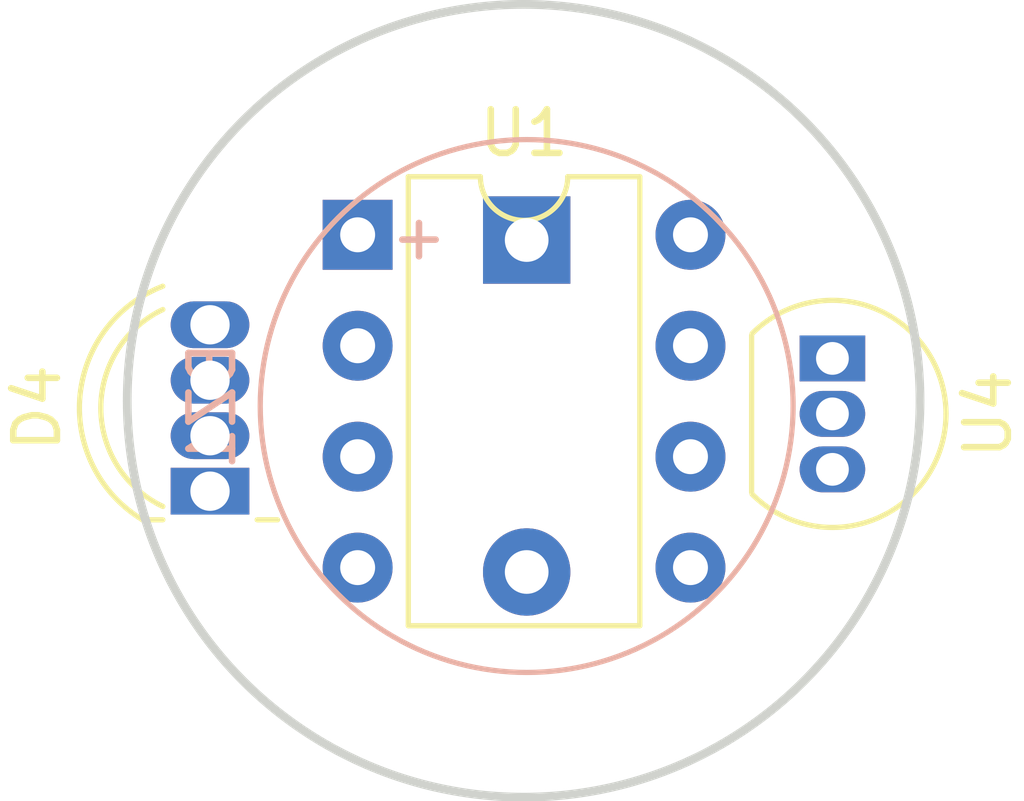
<source format=kicad_pcb>
(kicad_pcb (version 20221018) (generator pcbnew)
  (layers (0 "F.Cu" signal) (31 "B.Cu" signal) (34 "B.Paste" user) (35 "F.Paste" user) (36 "B.SilkS" user "B.Silkscreen") (37 "F.SilkS" user "F.Silkscreen") (38 "B.Mask" user) (39 "F.Mask" user) (44 "Edge.Cuts" user))
  (net 0 "")
  (net 2 "Net-(BZ1--)")
  (net 3 "Net-(U1-XTAL2{slash}PB4)")
  (net 4 "GND")
  (net 5 "Net-(D4-BA)")
  (net 6 "Net-(D4-GA)")
  (net 7 "Net-(D4-RA)")
  (net 8 "+3.3V")
  (footprint "Package_DIP:DIP-8_W7.62mm" (layer "F.Cu") (at 97.13 85.63)
    (fp_text reference "U1" (at 3.81 -2.33) (layer "F.SilkS"))
    (fp_text value "ATtiny85-20P")
    (fp_line (start 1.16 -1.33) (end 1.16 8.95) (stroke (width 0.12)) (layer "F.SilkS"))
    (fp_line (start 1.16 8.95) (end 6.46 8.95) (stroke (width 0.12)) (layer "F.SilkS"))
    (fp_line (start 2.81 -1.33) (end 1.16 -1.33) (stroke (width 0.12)) (layer "F.SilkS"))
    (fp_line (start 6.46 -1.33) (end 4.81 -1.33) (stroke (width 0.12)) (layer "F.SilkS"))
    (fp_line (start 6.46 8.95) (end 6.46 -1.33) (stroke (width 0.12)) (layer "F.SilkS"))
    (fp_arc (start 4.81 -1.33) (mid 3.81 -0.33) (end 2.81 -1.33) (stroke (width 0.12)) (layer "F.SilkS"))
    (pad "1" thru_hole rect (at 0 0) (size 1.6 1.6) (drill 0.8) (layers "*.Cu" "*.Mask"))
    (pad "2" thru_hole oval (at 0 2.54) (size 1.6 1.6) (drill 0.8) (layers "*.Cu" "*.Mask") (net 2 "Net-(BZ1--)"))
    (pad "3" thru_hole oval (at 0 5.08) (size 1.6 1.6) (drill 0.8) (layers "*.Cu" "*.Mask") (net 3 "Net-(U1-XTAL2{slash}PB4)"))
    (pad "4" thru_hole oval (at 0 7.62) (size 1.6 1.6) (drill 0.8) (layers "*.Cu" "*.Mask") (net 4 "GND"))
    (pad "5" thru_hole oval (at 7.62 7.62) (size 1.6 1.6) (drill 0.8) (layers "*.Cu" "*.Mask") (net 5 "Net-(D4-BA)"))
    (pad "6" thru_hole oval (at 7.62 5.08) (size 1.6 1.6) (drill 0.8) (layers "*.Cu" "*.Mask") (net 6 "Net-(D4-GA)"))
    (pad "7" thru_hole oval (at 7.62 2.54) (size 1.6 1.6) (drill 0.8) (layers "*.Cu" "*.Mask") (net 7 "Net-(D4-RA)"))
    (pad "8" thru_hole oval (at 7.62 0) (size 1.6 1.6) (drill 0.8) (layers "*.Cu" "*.Mask") (net 8 "+3.3V"))
  )
  (footprint "LED_THT:LED_D5.0mm-4_RGB" (layer "F.Cu") (at 93.75 91.5 90)
    (fp_text reference "D4" (at 1.905 -3.96 90) (layer "F.SilkS"))
    (fp_text value "LED_RGBK")
    (fp_line (start -0.655 -1.545) (end -0.655 -1.08) (stroke (width 0.12)) (layer "F.SilkS"))
    (fp_line (start -0.655 1.08) (end -0.655 1.545) (stroke (width 0.12)) (layer "F.SilkS"))
    (fp_arc (start -0.655 -1.54483) (mid 2.163456 -2.978809) (end 4.692815 -1.080827) (stroke (width 0.12)) (layer "F.SilkS"))
    (fp_arc (start -0.349684 -1.08) (mid 1.904762 -2.5) (end 4.159479 -1.080429) (stroke (width 0.12)) (layer "F.SilkS"))
    (pad "1" thru_hole rect (at 0 0 90) (size 1.07 1.8) (drill 0.9) (layers "*.Cu" "*.Mask") (net 7 "Net-(D4-RA)"))
    (pad "2" thru_hole oval (at 1.27 0 90) (size 1.07 1.8) (drill 0.9) (layers "*.Cu" "*.Mask") (net 6 "Net-(D4-GA)"))
    (pad "3" thru_hole oval (at 2.54 0 90) (size 1.07 1.8) (drill 0.9) (layers "*.Cu" "*.Mask") (net 5 "Net-(D4-BA)"))
    (pad "4" thru_hole oval (at 3.81 0 90) (size 1.07 1.8) (drill 0.9) (layers "*.Cu" "*.Mask") (net 4 "GND"))
  )
  (footprint "Package_TO_SOT_THT:TO-92_Inline" (layer "F.Cu") (at 108 88.46 -90)
    (fp_text reference "U4" (at 1.27 -3.56 90) (layer "F.SilkS"))
    (fp_text value "LM35-LP")
    (fp_line (start -0.53 1.85) (end 3.07 1.85) (stroke (width 0.12)) (layer "F.SilkS"))
    (fp_arc (start -0.568478 1.838478) (mid -1.132087 -0.994977) (end 1.27 -2.6) (stroke (width 0.12)) (layer "F.SilkS"))
    (fp_arc (start 1.27 -2.6) (mid 3.672087 -0.994977) (end 3.108478 1.838478) (stroke (width 0.12)) (layer "F.SilkS"))
    (pad "1" thru_hole rect (at 0 0 270) (size 1.05 1.5) (drill 0.75) (layers "*.Cu" "*.Mask") (net 8 "+3.3V"))
    (pad "2" thru_hole oval (at 1.27 0 270) (size 1.05 1.5) (drill 0.75) (layers "*.Cu" "*.Mask") (net 3 "Net-(U1-XTAL2{slash}PB4)"))
    (pad "3" thru_hole oval (at 2.54 0 270) (size 1.05 1.5) (drill 0.75) (layers "*.Cu" "*.Mask") (net 4 "GND"))
  )
  (footprint "Buzzer_Beeper:Buzzer_12x9.5RM7.6" (layer "B.Cu") (at 101 85.75 -90)
    (fp_text reference "BZ1" (at 3.8 7.2 90) (layer "B.SilkS") (effects (justify mirror)))
    (fp_text value "Buzzer")
    (fp_text user "+" (at -0.01 2.54 90) (layer "B.SilkS") (effects (justify mirror)))
    (fp_circle (center 3.8 0) (end 9.9 0) (stroke (width 0.12)) (fill none) (layer "B.SilkS"))
    (pad "1" thru_hole rect (at 0 0 270) (size 2 2) (drill 1) (layers "*.Cu" "*.Mask") (net 2 "Net-(BZ1--)"))
    (pad "2" thru_hole circle (at 7.6 0 270) (size 2 2) (drill 1) (layers "*.Cu" "*.Mask") (net 4 "GND"))
  )
  (gr_circle (center 100.93 89.43) (end 110.005643 89.43) (stroke (width 0.2)) (fill none) (layer "Edge.Cuts"))
)
</source>
